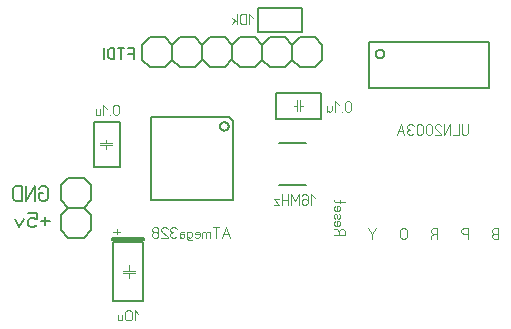
<source format=gbr>
%FSLAX34Y34*%
%MOMM*%
%LNSILK_BOTTOM*%
G71*
G01*
%ADD10C,0.200*%
%ADD11C,0.159*%
%ADD12C,0.100*%
%ADD13C,0.111*%
%ADD14C,0.150*%
%ADD15C,0.156*%
%ADD16C,0.127*%
%LPD*%
G54D10*
X131735Y257478D02*
X131735Y244778D01*
X138085Y238428D01*
X150785Y238428D01*
X157135Y244778D01*
X163485Y238428D01*
X176185Y238428D01*
X182535Y244778D01*
X182535Y257478D01*
X176185Y263828D01*
X163485Y263828D01*
X157135Y257478D01*
X150785Y263828D01*
X138085Y263828D01*
X131735Y257478D01*
G54D10*
X157135Y244778D02*
X157135Y257478D01*
G54D10*
X182535Y257478D02*
X188885Y263828D01*
X201585Y263828D01*
X207935Y257478D01*
X214285Y263828D01*
X226985Y263828D01*
X233335Y257478D01*
X239685Y263828D01*
X252385Y263828D01*
X258735Y257478D01*
X265085Y263828D01*
X277785Y263828D01*
X284135Y257478D01*
X284135Y244778D01*
X277785Y238428D01*
X265085Y238428D01*
X258735Y244778D01*
X258735Y257478D01*
G54D10*
X258735Y244778D02*
X252385Y238428D01*
X239685Y238428D01*
X233335Y244778D01*
X233335Y257478D01*
G54D10*
X233335Y244778D02*
X226985Y238428D01*
X214285Y238428D01*
X207935Y244778D01*
X207935Y257478D01*
G54D10*
X207935Y245175D02*
X201585Y238825D01*
X188885Y238825D01*
X182535Y245175D01*
G54D10*
X138720Y196194D02*
X138720Y126090D01*
X208824Y126090D01*
X208824Y192638D01*
X205268Y196194D01*
X138720Y196194D01*
G54D10*
X200620Y185044D02*
X201204Y184993D01*
X201788Y185044D01*
X202373Y185196D01*
X202906Y185424D01*
X203414Y185755D01*
X203846Y186161D01*
X204202Y186618D01*
X204481Y187126D01*
X204684Y187685D01*
X204786Y188270D01*
X204786Y188879D01*
X204684Y189463D01*
X204481Y190022D01*
X204202Y190530D01*
X203846Y190987D01*
X203414Y191394D01*
X202906Y191724D01*
X202373Y191952D01*
X201788Y192105D01*
X201204Y192156D01*
X200620Y192105D01*
X200036Y191952D01*
X199502Y191724D01*
X198994Y191394D01*
X198563Y190987D01*
X198207Y190530D01*
X197928Y190022D01*
X197724Y189463D01*
X197623Y188879D01*
X197623Y188270D01*
X197724Y187685D01*
X197928Y187126D01*
X198207Y186618D01*
X198563Y186161D01*
X198994Y185755D01*
X199502Y185424D01*
X200036Y185196D01*
X200620Y185044D01*
G54D11*
X124387Y245577D02*
X124387Y254466D01*
X119720Y254466D01*
G54D11*
X124387Y250022D02*
X119720Y250022D01*
G54D11*
X113942Y245577D02*
X113942Y254466D01*
G54D11*
X116609Y254466D02*
X111276Y254466D01*
G54D11*
X108165Y245577D02*
X108165Y254466D01*
X104832Y254466D01*
X103498Y253911D01*
X102832Y252799D01*
X102832Y247244D01*
X103498Y246133D01*
X104832Y245577D01*
X108165Y245577D01*
G54D11*
X99721Y245577D02*
X99721Y254466D01*
G54D10*
X244828Y216427D02*
X244828Y194427D01*
X282828Y194427D01*
X282828Y216427D01*
X244828Y216427D01*
G54D12*
X260131Y206120D02*
X262972Y206120D01*
X262972Y201120D01*
X262972Y211120D01*
G54D12*
X264972Y201120D02*
X264972Y211120D01*
G54D12*
X264972Y206120D02*
X267415Y206120D01*
G54D13*
X206190Y94255D02*
X202857Y103144D01*
X199523Y94255D01*
G54D13*
X204857Y97588D02*
X200857Y97588D01*
G54D13*
X194412Y94255D02*
X194412Y103144D01*
G54D13*
X197079Y103144D02*
X191746Y103144D01*
G54D13*
X189302Y94255D02*
X189302Y99255D01*
G54D13*
X189302Y98366D02*
X187969Y99255D01*
X186636Y98922D01*
X185969Y98144D01*
X185969Y94255D01*
G54D13*
X185969Y98366D02*
X184636Y99255D01*
X183302Y98922D01*
X182636Y98144D01*
X182636Y94255D01*
G54D13*
X176191Y94810D02*
X177258Y94255D01*
X178591Y94255D01*
X179924Y94810D01*
X180191Y95922D01*
X180191Y97810D01*
X179524Y98922D01*
X178191Y99255D01*
X176858Y98922D01*
X176191Y98144D01*
X176191Y97033D01*
X180191Y97033D01*
G54D13*
X173747Y92588D02*
X172414Y92033D01*
X171480Y92033D01*
X170147Y92588D01*
X169747Y93700D01*
X169747Y99255D01*
G54D13*
X169747Y97810D02*
X170414Y98922D01*
X171747Y99255D01*
X173080Y98922D01*
X173747Y97810D01*
X173747Y95588D01*
X173080Y94477D01*
X171747Y94255D01*
X170414Y94477D01*
X169747Y95588D01*
G54D13*
X167303Y98700D02*
X165970Y99255D01*
X164370Y99255D01*
X163303Y98144D01*
X163303Y94255D01*
G54D13*
X163303Y95922D02*
X163970Y97033D01*
X165303Y97255D01*
X166636Y97033D01*
X167303Y95922D01*
X167036Y94810D01*
X165970Y94255D01*
X165303Y94255D01*
X165036Y94255D01*
X163970Y94810D01*
X163303Y95922D01*
G54D13*
X160859Y101477D02*
X160192Y102588D01*
X158859Y103144D01*
X157526Y103144D01*
X156192Y102588D01*
X155526Y101477D01*
X155526Y100366D01*
X156192Y99255D01*
X157526Y98700D01*
X156192Y98144D01*
X155526Y97033D01*
X155526Y95922D01*
X156192Y94810D01*
X157526Y94255D01*
X158859Y94255D01*
X160192Y94810D01*
X160859Y95922D01*
G54D13*
X147749Y94255D02*
X153082Y94255D01*
X153082Y94810D01*
X152416Y95922D01*
X148416Y99255D01*
X147749Y100366D01*
X147749Y101477D01*
X148416Y102588D01*
X149749Y103144D01*
X151082Y103144D01*
X152416Y102588D01*
X153082Y101477D01*
G54D13*
X141972Y98700D02*
X143305Y98700D01*
X144638Y99255D01*
X145305Y100366D01*
X145305Y101477D01*
X144638Y102588D01*
X143305Y103144D01*
X141972Y103144D01*
X140638Y102588D01*
X139972Y101477D01*
X139972Y100366D01*
X140638Y99255D01*
X141972Y98700D01*
X140638Y98144D01*
X139972Y97033D01*
X139972Y95922D01*
X140638Y94810D01*
X141972Y94255D01*
X143305Y94255D01*
X144638Y94810D01*
X145305Y95922D01*
X145305Y97033D01*
X144638Y98144D01*
X143305Y98700D01*
G54D10*
X247051Y139038D02*
X270102Y139038D01*
G54D10*
X247448Y174360D02*
X270499Y174360D01*
G54D13*
X277629Y127619D02*
X274296Y130953D01*
X274296Y122064D01*
G54D13*
X266519Y129286D02*
X267185Y130397D01*
X268519Y130953D01*
X269852Y130953D01*
X271185Y130397D01*
X271852Y129286D01*
X271852Y126508D01*
X271852Y125953D01*
X269852Y127064D01*
X268519Y127064D01*
X267185Y126508D01*
X266519Y125397D01*
X266519Y123730D01*
X267185Y122619D01*
X268519Y122064D01*
X269852Y122064D01*
X271185Y122619D01*
X271852Y123730D01*
X271852Y126508D01*
G54D13*
X264075Y122064D02*
X264075Y130953D01*
X260742Y125397D01*
X257408Y130953D01*
X257408Y122064D01*
G54D13*
X254964Y122064D02*
X254964Y130953D01*
G54D13*
X249631Y122064D02*
X249631Y130953D01*
G54D13*
X254964Y126508D02*
X249631Y126508D01*
G54D13*
X247187Y127064D02*
X243187Y127064D01*
X247187Y122064D01*
X243187Y122064D01*
G54D13*
X303182Y208198D02*
X303182Y202643D01*
X303849Y201532D01*
X305182Y200976D01*
X306516Y200976D01*
X307849Y201532D01*
X308516Y202643D01*
X308516Y208198D01*
X307849Y209309D01*
X306516Y209865D01*
X305182Y209865D01*
X303849Y209309D01*
X303182Y208198D01*
G54D13*
X300739Y200976D02*
X300739Y200976D01*
G54D13*
X298295Y206532D02*
X294962Y209865D01*
X294962Y200976D01*
G54D13*
X288518Y205976D02*
X288518Y200976D01*
G54D13*
X288518Y202087D02*
X289184Y201198D01*
X290518Y200976D01*
X291851Y201198D01*
X292518Y202087D01*
X292518Y205976D01*
G54D13*
X225550Y280458D02*
X222216Y283791D01*
X222216Y274902D01*
G54D13*
X214439Y282124D02*
X214439Y276569D01*
X215106Y275458D01*
X216439Y274902D01*
X217773Y274902D01*
X219106Y275458D01*
X219773Y276569D01*
X219773Y282124D01*
X219106Y283236D01*
X217773Y283791D01*
X216439Y283791D01*
X215106Y283236D01*
X214439Y282124D01*
G54D13*
X211996Y274902D02*
X211996Y283791D01*
G54D13*
X209996Y278236D02*
X207996Y274902D01*
G54D13*
X211996Y277124D02*
X207996Y279902D01*
G54D13*
X298518Y98870D02*
X297407Y100870D01*
X296296Y101536D01*
X294074Y101536D01*
G54D13*
X294074Y96203D02*
X302963Y96203D01*
X302963Y99536D01*
X302407Y100870D01*
X301296Y101536D01*
X300185Y101536D01*
X299074Y100870D01*
X298518Y99536D01*
X298518Y96203D01*
G54D13*
X294630Y107980D02*
X294074Y106913D01*
X294074Y105580D01*
X294630Y104246D01*
X295741Y103980D01*
X297630Y103980D01*
X298741Y104646D01*
X299074Y105980D01*
X298741Y107313D01*
X297963Y107980D01*
X296852Y107980D01*
X296852Y103980D01*
G54D13*
X294630Y110424D02*
X294074Y111757D01*
X294074Y113090D01*
X294630Y114424D01*
X295741Y114424D01*
X296296Y113757D01*
X296852Y111090D01*
X297407Y110424D01*
X298518Y110424D01*
X299074Y111757D01*
X299074Y113090D01*
X298518Y114424D01*
G54D13*
X294630Y120868D02*
X294074Y119801D01*
X294074Y118468D01*
X294630Y117134D01*
X295741Y116868D01*
X297630Y116868D01*
X298741Y117534D01*
X299074Y118868D01*
X298741Y120201D01*
X297963Y120868D01*
X296852Y120868D01*
X296852Y116868D01*
G54D13*
X302963Y124645D02*
X294630Y124645D01*
X294074Y125312D01*
X294296Y125978D01*
G54D13*
X299074Y123312D02*
X299074Y125978D01*
G54D14*
X267325Y268428D02*
X267325Y288428D01*
X229325Y288428D01*
X229325Y268428D01*
X267325Y268428D01*
G54D10*
X90429Y154357D02*
X112429Y154357D01*
X112429Y192357D01*
X90429Y192357D01*
X90429Y154357D01*
G54D12*
X100735Y169660D02*
X100735Y172500D01*
X105735Y172500D01*
X95735Y172500D01*
G54D12*
X105735Y174500D02*
X95735Y174500D01*
G54D12*
X100735Y174500D02*
X100735Y176944D01*
G54D13*
X106895Y205266D02*
X106895Y199711D01*
X107562Y198600D01*
X108895Y198044D01*
X110229Y198044D01*
X111562Y198600D01*
X112229Y199711D01*
X112229Y205266D01*
X111562Y206378D01*
X110229Y206933D01*
X108895Y206933D01*
X107562Y206378D01*
X106895Y205266D01*
G54D13*
X104452Y198044D02*
X104452Y198044D01*
G54D13*
X102008Y203600D02*
X98674Y206933D01*
X98674Y198044D01*
G54D13*
X92231Y203044D02*
X92231Y198044D01*
G54D13*
X92231Y199156D02*
X92897Y198266D01*
X94231Y198044D01*
X95564Y198266D01*
X96231Y199156D01*
X96231Y203044D01*
G54D13*
X407484Y190235D02*
X407484Y183013D01*
X406817Y181902D01*
X405484Y181346D01*
X404150Y181346D01*
X402817Y181902D01*
X402150Y183013D01*
X402150Y190235D01*
G54D13*
X399707Y190235D02*
X399707Y181346D01*
X395040Y181346D01*
G54D13*
X392596Y181346D02*
X392596Y190235D01*
X387262Y181346D01*
X387262Y190235D01*
G54D13*
X379486Y181346D02*
X384819Y181346D01*
X384819Y181902D01*
X384152Y183013D01*
X380152Y186346D01*
X379486Y187457D01*
X379486Y188568D01*
X380152Y189679D01*
X381486Y190235D01*
X382819Y190235D01*
X384152Y189679D01*
X384819Y188568D01*
G54D13*
X371708Y188568D02*
X371708Y183013D01*
X372375Y181902D01*
X373708Y181346D01*
X375042Y181346D01*
X376375Y181902D01*
X377042Y183013D01*
X377042Y188568D01*
X376375Y189679D01*
X375042Y190235D01*
X373708Y190235D01*
X372375Y189679D01*
X371708Y188568D01*
G54D13*
X363932Y188568D02*
X363932Y183013D01*
X364598Y181902D01*
X365932Y181346D01*
X367265Y181346D01*
X368598Y181902D01*
X369265Y183013D01*
X369265Y188568D01*
X368598Y189679D01*
X367265Y190235D01*
X365932Y190235D01*
X364598Y189679D01*
X363932Y188568D01*
G54D13*
X361488Y188568D02*
X360821Y189679D01*
X359488Y190235D01*
X358154Y190235D01*
X356821Y189679D01*
X356154Y188568D01*
X356154Y187457D01*
X356821Y186346D01*
X358154Y185790D01*
X356821Y185235D01*
X356154Y184124D01*
X356154Y183013D01*
X356821Y181902D01*
X358154Y181346D01*
X359488Y181346D01*
X360821Y181902D01*
X361488Y183013D01*
G54D13*
X353711Y181346D02*
X350378Y190235D01*
X347044Y181346D01*
G54D13*
X352378Y184679D02*
X348378Y184679D01*
G54D13*
X433118Y93240D02*
X433118Y102129D01*
X429784Y102129D01*
X428451Y101573D01*
X427784Y100462D01*
X427784Y99351D01*
X428451Y98240D01*
X429784Y97684D01*
X428451Y97129D01*
X427784Y96018D01*
X427784Y94907D01*
X428451Y93796D01*
X429784Y93240D01*
X433118Y93240D01*
G54D13*
X433118Y97684D02*
X429784Y97684D01*
G54D13*
X407302Y93240D02*
X407302Y102129D01*
X403968Y102129D01*
X402635Y101573D01*
X401968Y100462D01*
X401968Y99351D01*
X402635Y98240D01*
X403968Y97684D01*
X407302Y97684D01*
G54D13*
X378819Y97684D02*
X376819Y96573D01*
X376152Y95462D01*
X376152Y93240D01*
G54D13*
X381486Y93240D02*
X381486Y102129D01*
X378152Y102129D01*
X376819Y101573D01*
X376152Y100462D01*
X376152Y99351D01*
X376819Y98240D01*
X378152Y97684D01*
X381486Y97684D01*
G54D13*
X350336Y100462D02*
X350336Y94907D01*
X351003Y93796D01*
X352336Y93240D01*
X353670Y93240D01*
X355003Y93796D01*
X355670Y94907D01*
X355670Y100462D01*
X355003Y101573D01*
X353670Y102129D01*
X352336Y102129D01*
X351003Y101573D01*
X350336Y100462D01*
G54D13*
X329854Y102129D02*
X326520Y97684D01*
X326520Y93240D01*
G54D13*
X326520Y97684D02*
X323187Y102129D01*
G54D10*
X62900Y107080D02*
X62900Y100680D01*
X69200Y94380D01*
X82000Y94380D01*
X88300Y100680D01*
X88300Y113480D01*
X82000Y119780D01*
X69200Y119780D01*
X62900Y113480D01*
X62900Y107080D01*
G54D10*
X62900Y132480D02*
X62900Y126080D01*
X69200Y119780D01*
X82000Y119780D01*
X88300Y126080D01*
X88300Y138880D01*
X82000Y145180D01*
X69200Y145180D01*
X62900Y138880D01*
X62900Y132480D01*
G54D15*
X53182Y108475D02*
X45715Y108475D01*
G54D15*
X49448Y111586D02*
X49448Y105364D01*
G54D15*
X34826Y115475D02*
X42293Y115475D01*
X42293Y110030D01*
X41360Y110030D01*
X39493Y110808D01*
X37626Y110808D01*
X35760Y110030D01*
X34826Y108475D01*
X34826Y105364D01*
X35760Y103808D01*
X37626Y103030D01*
X39493Y103030D01*
X41360Y103808D01*
X42293Y105364D01*
G54D15*
X31404Y110030D02*
X27670Y103030D01*
X23937Y110030D01*
G54D15*
X47849Y131875D02*
X44116Y131875D01*
X44116Y127986D01*
X45049Y126430D01*
X46916Y125652D01*
X48782Y125652D01*
X50649Y126430D01*
X51582Y127986D01*
X51582Y135763D01*
X50649Y137319D01*
X48782Y138097D01*
X46916Y138097D01*
X45049Y137319D01*
X44116Y135763D01*
G54D15*
X40693Y125652D02*
X40693Y138097D01*
X33227Y125652D01*
X33227Y138097D01*
G54D15*
X29804Y125652D02*
X29804Y138097D01*
X25138Y138097D01*
X23271Y137319D01*
X22338Y135763D01*
X22338Y127986D01*
X23271Y126430D01*
X25138Y125652D01*
X29804Y125652D01*
G54D16*
X115476Y91958D02*
X133257Y91958D01*
X105952Y91958D01*
G54D12*
X120341Y70849D02*
X120341Y66421D01*
X115341Y66421D01*
X125341Y66421D01*
G54D12*
X115341Y64421D02*
X125341Y64421D01*
G54D12*
X120341Y64421D02*
X120341Y59992D01*
G54D10*
X132647Y90430D02*
X106647Y90430D01*
X106647Y40430D01*
X132647Y40430D01*
X132647Y90430D01*
G54D16*
X115476Y93546D02*
X133257Y93546D01*
X105952Y93546D01*
G54D16*
X115476Y92752D02*
X133257Y92752D01*
X105952Y92752D01*
G54D16*
X115476Y94340D02*
X133257Y94340D01*
X105952Y94340D01*
G54D13*
X128487Y29710D02*
X125154Y33043D01*
X125154Y24154D01*
G54D13*
X117377Y31377D02*
X117377Y25821D01*
X118044Y24710D01*
X119377Y24154D01*
X120710Y24154D01*
X122044Y24710D01*
X122710Y25821D01*
X122710Y31377D01*
X122044Y32488D01*
X120710Y33043D01*
X119377Y33043D01*
X118044Y32488D01*
X117377Y31377D01*
G54D13*
X110933Y29154D02*
X110933Y24154D01*
G54D13*
X110933Y25266D02*
X111600Y24377D01*
X112933Y24154D01*
X114267Y24377D01*
X114933Y25266D01*
X114933Y29154D01*
G54D13*
X112612Y99481D02*
X107279Y99481D01*
G54D13*
X109946Y101703D02*
X109946Y97259D01*
G54D10*
X332382Y246162D02*
X332967Y246112D01*
X333551Y246162D01*
X334135Y246315D01*
X334668Y246543D01*
X335176Y246874D01*
X335608Y247280D01*
X335964Y247737D01*
X336243Y248245D01*
X336446Y248804D01*
X336548Y249388D01*
X336548Y249998D01*
X336446Y250582D01*
X336243Y251141D01*
X335964Y251649D01*
X335608Y252106D01*
X335176Y252512D01*
X334668Y252843D01*
X334135Y253071D01*
X333551Y253224D01*
X332967Y253274D01*
X332382Y253224D01*
X331798Y253071D01*
X331265Y252843D01*
X330757Y252512D01*
X330325Y252106D01*
X329969Y251649D01*
X329690Y251141D01*
X329487Y250582D01*
X329385Y249998D01*
X329385Y249388D01*
X329487Y248804D01*
X329690Y248245D01*
X329969Y247737D01*
X330325Y247280D01*
X330757Y246874D01*
X331265Y246543D01*
X331798Y246315D01*
X332382Y246162D01*
G54D10*
X323850Y259556D02*
X425450Y259556D01*
X425450Y220662D01*
X323850Y220662D01*
X323850Y259556D01*
M02*

</source>
